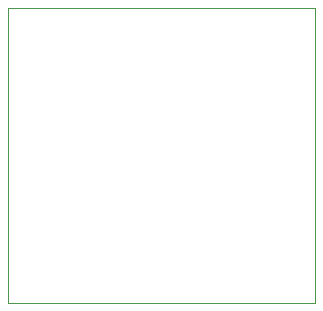
<source format=gbr>
%TF.GenerationSoftware,KiCad,Pcbnew,8.0.6-1.fc41*%
%TF.CreationDate,2024-11-10T15:40:56-05:00*%
%TF.ProjectId,Dead-Time-Insertion-PCB,44656164-2d54-4696-9d65-2d496e736572,rev?*%
%TF.SameCoordinates,Original*%
%TF.FileFunction,Profile,NP*%
%FSLAX46Y46*%
G04 Gerber Fmt 4.6, Leading zero omitted, Abs format (unit mm)*
G04 Created by KiCad (PCBNEW 8.0.6-1.fc41) date 2024-11-10 15:40:56*
%MOMM*%
%LPD*%
G01*
G04 APERTURE LIST*
%TA.AperFunction,Profile*%
%ADD10C,0.100000*%
%TD*%
G04 APERTURE END LIST*
D10*
X25000000Y-25000000D02*
X51000000Y-25000000D01*
X51000000Y-50000000D01*
X25000000Y-50000000D01*
X25000000Y-25000000D01*
M02*

</source>
